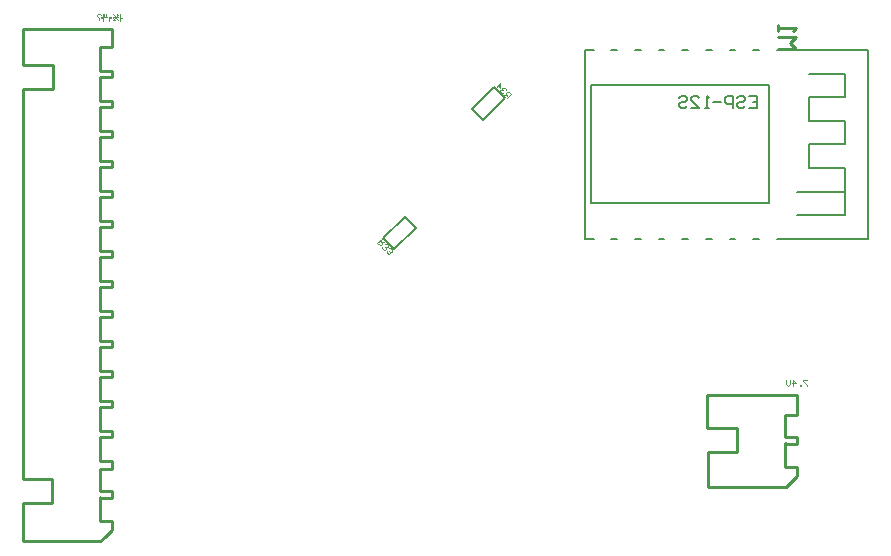
<source format=gbo>
G04*
G04 #@! TF.GenerationSoftware,Altium Limited,Altium Designer,18.1.9 (240)*
G04*
G04 Layer_Color=32896*
%FSLAX25Y25*%
%MOIN*%
G70*
G01*
G75*
%ADD11C,0.01000*%
%ADD14C,0.00787*%
%ADD15C,0.00800*%
%ADD17C,0.00700*%
%ADD19C,0.00400*%
D11*
X134000Y-177000D02*
X134087Y-178000D01*
X124000Y-177000D02*
X134000D01*
X124000D02*
Y-176000D01*
Y-166000D01*
X154000D01*
Y-170079D02*
Y-166000D01*
X150134Y-189835D02*
X154000D01*
X150079Y-189779D02*
X150134Y-189835D01*
X150079Y-189779D02*
Y-182079D01*
X150134Y-182134D01*
X150055Y-179882D02*
X154000D01*
X150055D02*
Y-172535D01*
X150110Y-172480D01*
X154000D01*
Y-172433D02*
Y-170079D01*
X134087Y-185000D02*
Y-178000D01*
X124362Y-185000D02*
X134087D01*
X124362Y-196591D02*
Y-185000D01*
Y-196591D02*
X124465Y-196693D01*
X154000Y-182134D02*
Y-179882D01*
X150134Y-182134D02*
X154000D01*
Y-192890D02*
Y-189835D01*
X151709Y-195181D02*
X154000Y-192890D01*
X124465Y-196693D02*
X150197D01*
X151709Y-195181D01*
X-74500Y-60000D02*
Y-58000D01*
X-78500D02*
X-74500D01*
X-78500D02*
Y-50000D01*
X-74500D01*
Y-70000D02*
Y-68000D01*
X-78500D02*
X-74500D01*
X-78500D02*
Y-60000D01*
X-74500D01*
Y-80000D02*
Y-78000D01*
X-78500D02*
X-74500D01*
X-78500D02*
Y-70000D01*
X-74500D01*
Y-90000D02*
Y-88000D01*
X-78500D02*
X-74500D01*
X-78500D02*
Y-80000D01*
X-74500D01*
X-78500Y-90000D02*
X-74500D01*
X-78500Y-98000D02*
Y-90000D01*
Y-98000D02*
X-74500D01*
Y-100000D02*
Y-98000D01*
X-78500Y-138000D02*
Y-130000D01*
Y-138000D02*
X-74500D01*
Y-140000D02*
Y-138000D01*
X-78500Y-140000D02*
X-74500D01*
X-78500Y-130000D02*
X-74500D01*
X-78500Y-148000D02*
Y-140000D01*
Y-148000D02*
X-74500D01*
Y-150000D02*
Y-148000D01*
X-78500Y-168000D02*
Y-160000D01*
Y-168000D02*
X-74500D01*
Y-170000D02*
Y-168000D01*
X-78445Y-170000D02*
X-74500D01*
X-94209Y-64000D02*
Y-56000D01*
X-78366Y-207835D02*
X-74500D01*
X-78421Y-207780D02*
X-78366Y-207835D01*
X-78421Y-207780D02*
Y-200079D01*
X-78366Y-200134D01*
X-78445Y-197882D02*
X-74500D01*
X-78445D02*
Y-190535D01*
X-78390Y-190480D01*
X-74500D01*
Y-190433D02*
Y-188079D01*
X-78421Y-188024D02*
X-74500D01*
X-78421Y-187945D02*
Y-180118D01*
X-78398Y-180095D01*
X-74500D01*
Y-177945D01*
X-78445Y-177890D02*
X-74500D01*
X-78445D02*
Y-170000D01*
X-103988Y-44000D02*
X-74500D01*
X-103988Y-56000D02*
Y-44000D01*
Y-56000D02*
X-94209D01*
X-104035Y-64000D02*
X-94209D01*
X-104035Y-194000D02*
Y-64000D01*
X-94413Y-202000D02*
Y-194000D01*
X-104138Y-202000D02*
X-94413D01*
X-104138Y-214591D02*
Y-202000D01*
Y-214591D02*
X-104035Y-214693D01*
X-74500Y-200134D02*
Y-197882D01*
X-78366Y-200134D02*
X-74500D01*
Y-210890D02*
Y-207835D01*
X-76791Y-213181D02*
X-74500Y-210890D01*
X-104035Y-214693D02*
X-78303D01*
X-76791Y-213181D01*
X-78500Y-160000D02*
X-74500D01*
Y-158000D01*
X-78500D02*
X-74500D01*
X-78500D02*
Y-150000D01*
X-74500D01*
X-104035Y-194000D02*
X-94413D01*
X-74500Y-130000D02*
Y-128000D01*
X-78500D02*
X-74500D01*
X-78500D02*
Y-120000D01*
Y-110000D02*
X-74500D01*
X-78500Y-120000D02*
X-74500D01*
Y-118000D01*
X-78500D02*
X-74500D01*
X-78500D02*
Y-110000D01*
X-74500D02*
Y-108000D01*
X-78500D02*
X-74500D01*
X-78500D02*
Y-100000D01*
X-74500D01*
Y-50000D02*
Y-44000D01*
X147500Y-50500D02*
X153498D01*
X151499Y-48501D01*
X153498Y-46501D01*
X147500D01*
Y-44502D02*
Y-42503D01*
Y-43502D01*
X153498D01*
X152498Y-44502D01*
D14*
X154107Y-98154D02*
X169848D01*
X154107Y-106034D02*
X169848D01*
Y-90284D01*
X158037D02*
X169848D01*
X158037D02*
Y-82404D01*
X169848D01*
Y-74534D01*
X158037D02*
X169848D01*
X158037D02*
Y-66664D01*
X169848D01*
Y-58784D01*
X158037D02*
X169848D01*
X148197Y-50924D02*
X177727Y-50914D01*
Y-113916D02*
Y-50914D01*
X148197Y-113916D02*
X177727Y-113916D01*
X85429Y-101870D02*
X144489D01*
X85429D02*
Y-62500D01*
X144489D01*
Y-101870D02*
Y-62500D01*
X83227Y-113916D02*
Y-50924D01*
X147219Y-113916D02*
X148197D01*
X139345D02*
X141281D01*
X131471D02*
X133407D01*
X123597D02*
X125533D01*
X115723D02*
X117659D01*
X107849D02*
X109785D01*
X99975D02*
X101911D01*
X92101D02*
X94037D01*
X83227D02*
X86163D01*
X147219Y-50924D02*
X148197D01*
X139345D02*
X141281D01*
X131471D02*
X133407D01*
X123597D02*
X125533D01*
X115723D02*
X117659D01*
X107849D02*
X109785D01*
X99975D02*
X101911D01*
X92101D02*
X94037D01*
X83227D02*
X86163D01*
D15*
X45762Y-70619D02*
X53000Y-63381D01*
X56619Y-67000D01*
X49381Y-74238D02*
X56619Y-67000D01*
X45762Y-70619D02*
X49381Y-74238D01*
X19691Y-117370D02*
X26929Y-110132D01*
X16072Y-113751D02*
X19691Y-117370D01*
X16072Y-113751D02*
X23310Y-106513D01*
X26929Y-110132D01*
D17*
X137884Y-66421D02*
X140550D01*
Y-70420D01*
X137884D01*
X140550Y-68421D02*
X139217D01*
X133885Y-67088D02*
X134551Y-66421D01*
X135884D01*
X136551Y-67088D01*
Y-67754D01*
X135884Y-68421D01*
X134551D01*
X133885Y-69087D01*
Y-69753D01*
X134551Y-70420D01*
X135884D01*
X136551Y-69753D01*
X132552Y-70420D02*
Y-66421D01*
X130553D01*
X129886Y-67088D01*
Y-68421D01*
X130553Y-69087D01*
X132552D01*
X128553Y-68421D02*
X125888D01*
X124555Y-70420D02*
X123222D01*
X123888D01*
Y-66421D01*
X124555Y-67088D01*
X118557Y-70420D02*
X121222D01*
X118557Y-67754D01*
Y-67088D01*
X119223Y-66421D01*
X120556D01*
X121222Y-67088D01*
X114558D02*
X115224Y-66421D01*
X116557D01*
X117224Y-67088D01*
Y-67754D01*
X116557Y-68421D01*
X115224D01*
X114558Y-69087D01*
Y-69753D01*
X115224Y-70420D01*
X116557D01*
X117224Y-69753D01*
D19*
X-71200Y-40134D02*
X-71866D01*
Y-38801D02*
Y-41133D01*
X-72533Y-39134D02*
X-72866Y-38801D01*
Y-39800D01*
X-72533D02*
X-73199D01*
X-73533Y-40134D02*
Y-39800D01*
X-73866D01*
X-74199D01*
Y-40134D01*
X-73533Y-40800D01*
X-74199D01*
Y-38801D02*
X-72533Y-40800D01*
X-74866Y-39800D02*
X-75532D01*
Y-41133D01*
X-74866Y-40134D02*
X-75532D01*
X-76198Y-39800D02*
X-77531D01*
X-76532Y-38801D02*
Y-39800D01*
X-77198Y-38801D02*
Y-39800D01*
X-78198D02*
X-77531D01*
X-78198Y-40134D02*
X-77531D01*
Y-38801D02*
Y-41133D01*
X-78198Y-39134D02*
X-78531Y-38801D01*
X-79197D01*
X-79531Y-39134D01*
Y-39467D01*
X-78864Y-40134D01*
Y-40467D02*
Y-40800D01*
X57191Y-67000D02*
X58605Y-65586D01*
X57898Y-64879D01*
X57427D01*
X56955Y-65351D01*
X56955Y-65822D01*
X57662Y-66529D01*
X57191Y-66057D02*
X56248D01*
X56955Y-64408D02*
X56955Y-63937D01*
X56484Y-63466D01*
X56013D01*
X55777Y-63701D01*
Y-64173D01*
X56013Y-64408D01*
X55777Y-64173D01*
X55306D01*
X55070Y-64408D01*
Y-64879D01*
X55541Y-65351D01*
X56013D01*
X53657Y-63466D02*
X55070Y-62052D01*
Y-63466D01*
X54128Y-62523D01*
X15500Y-113941D02*
X14086Y-115355D01*
X14793Y-116062D01*
X15264D01*
X15736Y-115591D01*
X15736Y-115119D01*
X15029Y-114412D01*
X15500Y-114884D02*
X16443D01*
X15736Y-116533D02*
X15736Y-117004D01*
X16207Y-117476D01*
X16678D01*
X16914Y-117240D01*
Y-116769D01*
X16678Y-116533D01*
X16914Y-116769D01*
X17385D01*
X17621Y-116533D01*
Y-116062D01*
X17149Y-115591D01*
X16678D01*
X17149Y-117947D02*
Y-118418D01*
X17621Y-118889D01*
X18092D01*
X18327Y-118654D01*
Y-118183D01*
X18092Y-117947D01*
X18327Y-118183D01*
X18799Y-118183D01*
X19034Y-117947D01*
X19034Y-117476D01*
X18563Y-117004D01*
X18092D01*
X157300Y-161101D02*
X155967D01*
Y-161434D01*
X157300Y-162767D01*
Y-163100D01*
X155301D02*
Y-162767D01*
X154967D01*
Y-163100D01*
X155301D01*
X152635D02*
Y-161101D01*
X153635Y-162100D01*
X152302D01*
X151635Y-161101D02*
Y-162434D01*
X150969Y-163100D01*
X150302Y-162434D01*
Y-161101D01*
M02*

</source>
